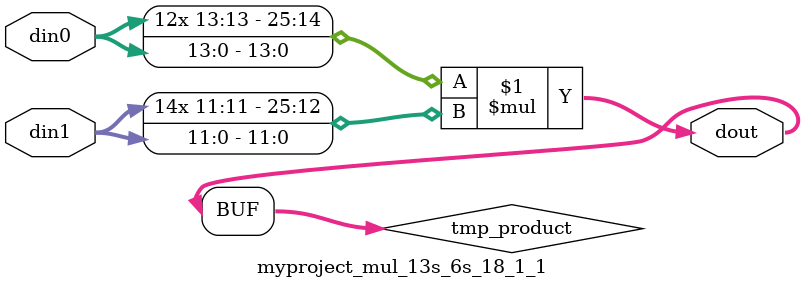
<source format=v>

`timescale 1 ns / 1 ps

 module myproject_mul_13s_6s_18_1_1(din0, din1, dout);
parameter ID = 1;
parameter NUM_STAGE = 0;
parameter din0_WIDTH = 14;
parameter din1_WIDTH = 12;
parameter dout_WIDTH = 26;

input [din0_WIDTH - 1 : 0] din0; 
input [din1_WIDTH - 1 : 0] din1; 
output [dout_WIDTH - 1 : 0] dout;

wire signed [dout_WIDTH - 1 : 0] tmp_product;



























assign tmp_product = $signed(din0) * $signed(din1);








assign dout = tmp_product;





















endmodule

</source>
